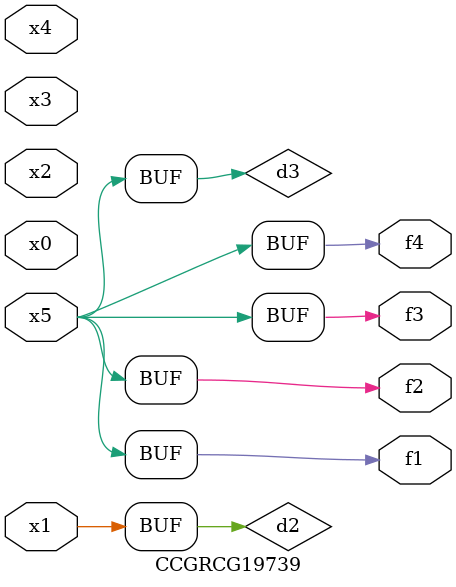
<source format=v>
module CCGRCG19739(
	input x0, x1, x2, x3, x4, x5,
	output f1, f2, f3, f4
);

	wire d1, d2, d3;

	not (d1, x5);
	or (d2, x1);
	xnor (d3, d1);
	assign f1 = d3;
	assign f2 = d3;
	assign f3 = d3;
	assign f4 = d3;
endmodule

</source>
